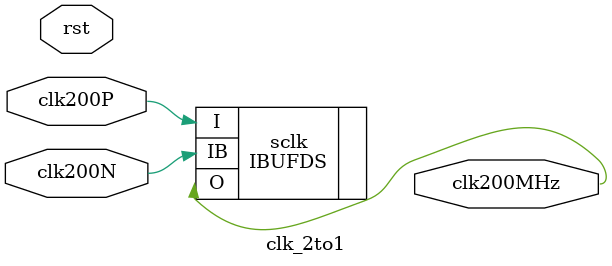
<source format=v>
`ifndef __clk_2to1__
`define __clk_2to1__

module clk_2to1(input clk200P, clk200N, rst, output clk200MHz);
    IBUFDS sclk(
        .I(clk200P),
        .IB(clk200N),
        .O(clk200MHz)
    );
endmodule

`endif

</source>
